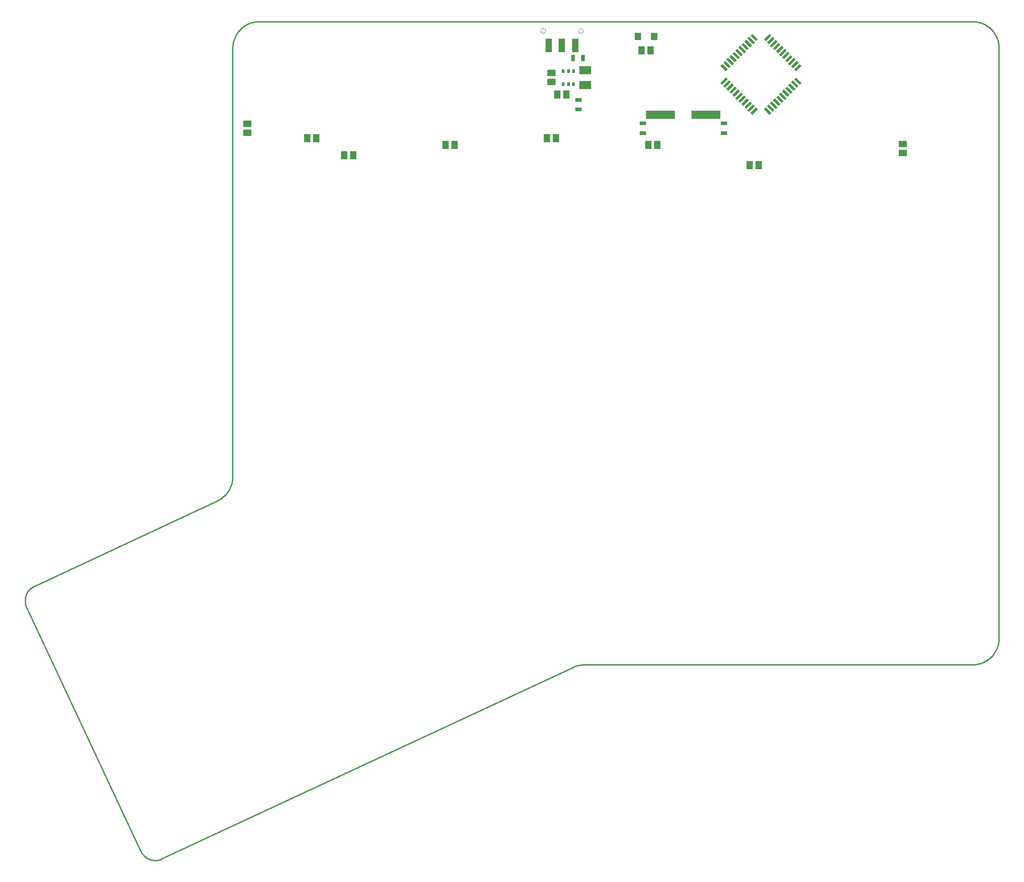
<source format=gtp>
G75*
G70*
%OFA0B0*%
%FSLAX24Y24*%
%IPPOS*%
%LPD*%
%AMOC8*
5,1,8,0,0,1.08239X$1,22.5*
%
%ADD10C,0.0100*%
%ADD11R,0.0591X0.0197*%
%ADD12R,0.0197X0.0591*%
%ADD13R,0.2165X0.0591*%
%ADD14R,0.0472X0.0315*%
%ADD15R,0.0236X0.0315*%
%ADD16R,0.0866X0.0630*%
%ADD17R,0.0472X0.0984*%
%ADD18C,0.0000*%
%ADD19R,0.0512X0.0591*%
%ADD20R,0.0591X0.0512*%
%ADD21R,0.0315X0.0472*%
%ADD22R,0.0472X0.0551*%
D10*
X011301Y002388D02*
X002853Y020446D01*
X002827Y020506D01*
X002804Y020569D01*
X002785Y020632D01*
X002769Y020696D01*
X002757Y020761D01*
X002748Y020827D01*
X002743Y020893D01*
X002742Y020959D01*
X002745Y021026D01*
X002751Y021092D01*
X002761Y021157D01*
X002775Y021222D01*
X002792Y021286D01*
X002813Y021349D01*
X002837Y021410D01*
X002865Y021470D01*
X002896Y021529D01*
X002930Y021586D01*
X002968Y021640D01*
X003008Y021693D01*
X003051Y021743D01*
X003098Y021791D01*
X003146Y021836D01*
X003197Y021878D01*
X003251Y021917D01*
X003306Y021953D01*
X003364Y021986D01*
X003423Y022016D01*
X003422Y022016D02*
X016965Y028348D01*
X016966Y028347D02*
X017049Y028389D01*
X017130Y028434D01*
X017209Y028483D01*
X017286Y028536D01*
X017360Y028592D01*
X017431Y028652D01*
X017500Y028715D01*
X017565Y028781D01*
X017627Y028850D01*
X017686Y028922D01*
X017741Y028997D01*
X017793Y029074D01*
X017841Y029153D01*
X017885Y029235D01*
X017926Y029319D01*
X017962Y029405D01*
X017994Y029492D01*
X018022Y029580D01*
X018046Y029670D01*
X018066Y029761D01*
X018081Y029853D01*
X018092Y029945D01*
X018099Y030038D01*
X018101Y030131D01*
X018100Y030131D02*
X018100Y061870D01*
X018102Y061964D01*
X018109Y062057D01*
X018120Y062150D01*
X018136Y062243D01*
X018156Y062334D01*
X018180Y062425D01*
X018208Y062514D01*
X018241Y062602D01*
X018278Y062688D01*
X018319Y062772D01*
X018364Y062855D01*
X018413Y062935D01*
X018465Y063012D01*
X018521Y063087D01*
X018581Y063159D01*
X018644Y063229D01*
X018710Y063295D01*
X018780Y063358D01*
X018852Y063418D01*
X018927Y063474D01*
X019004Y063526D01*
X019084Y063575D01*
X019167Y063620D01*
X019251Y063661D01*
X019337Y063698D01*
X019425Y063731D01*
X019514Y063759D01*
X019605Y063783D01*
X019696Y063803D01*
X019789Y063819D01*
X019882Y063830D01*
X019975Y063837D01*
X020069Y063839D01*
X072825Y063839D01*
X072919Y063837D01*
X073012Y063830D01*
X073105Y063819D01*
X073198Y063803D01*
X073289Y063783D01*
X073380Y063759D01*
X073469Y063731D01*
X073557Y063698D01*
X073643Y063661D01*
X073727Y063620D01*
X073809Y063575D01*
X073890Y063526D01*
X073967Y063474D01*
X074042Y063418D01*
X074114Y063358D01*
X074184Y063295D01*
X074250Y063229D01*
X074313Y063159D01*
X074373Y063087D01*
X074429Y063012D01*
X074481Y062935D01*
X074530Y062854D01*
X074575Y062772D01*
X074616Y062688D01*
X074653Y062602D01*
X074686Y062514D01*
X074714Y062425D01*
X074738Y062334D01*
X074758Y062243D01*
X074774Y062150D01*
X074785Y062057D01*
X074792Y061964D01*
X074794Y061870D01*
X074793Y061870D02*
X074793Y018169D01*
X074794Y018169D02*
X074792Y018075D01*
X074785Y017982D01*
X074774Y017889D01*
X074758Y017796D01*
X074738Y017705D01*
X074714Y017614D01*
X074686Y017525D01*
X074653Y017437D01*
X074616Y017351D01*
X074575Y017267D01*
X074530Y017185D01*
X074481Y017104D01*
X074429Y017027D01*
X074373Y016952D01*
X074313Y016880D01*
X074250Y016810D01*
X074184Y016744D01*
X074114Y016681D01*
X074042Y016621D01*
X073967Y016565D01*
X073890Y016513D01*
X073810Y016464D01*
X073727Y016419D01*
X073643Y016378D01*
X073557Y016341D01*
X073469Y016308D01*
X073380Y016280D01*
X073289Y016256D01*
X073198Y016236D01*
X073105Y016220D01*
X073012Y016209D01*
X072919Y016202D01*
X072825Y016200D01*
X072825Y016201D02*
X044127Y016201D01*
X043295Y016016D02*
X012870Y001818D01*
X012807Y001791D01*
X012743Y001767D01*
X012677Y001747D01*
X012610Y001731D01*
X012543Y001720D01*
X012475Y001712D01*
X012406Y001708D01*
X012337Y001707D01*
X012269Y001711D01*
X012201Y001719D01*
X012133Y001731D01*
X012066Y001747D01*
X012000Y001767D01*
X011936Y001790D01*
X011873Y001817D01*
X011811Y001848D01*
X011752Y001882D01*
X011695Y001920D01*
X011639Y001961D01*
X011587Y002005D01*
X011537Y002052D01*
X011490Y002102D01*
X011445Y002154D01*
X011404Y002209D01*
X011367Y002267D01*
X011332Y002326D01*
X011301Y002387D01*
X043294Y016016D02*
X043382Y016055D01*
X043471Y016089D01*
X043562Y016118D01*
X043654Y016143D01*
X043747Y016164D01*
X043841Y016180D01*
X043936Y016192D01*
X044031Y016199D01*
X044127Y016201D01*
D11*
G36*
X057831Y056932D02*
X057415Y057348D01*
X057553Y057486D01*
X057969Y057070D01*
X057831Y056932D01*
G37*
G36*
X058053Y057155D02*
X057637Y057571D01*
X057775Y057709D01*
X058191Y057293D01*
X058053Y057155D01*
G37*
G36*
X058276Y057377D02*
X057860Y057793D01*
X057998Y057931D01*
X058414Y057515D01*
X058276Y057377D01*
G37*
G36*
X058499Y057600D02*
X058083Y058016D01*
X058221Y058154D01*
X058637Y057738D01*
X058499Y057600D01*
G37*
G36*
X058722Y057823D02*
X058306Y058239D01*
X058444Y058377D01*
X058860Y057961D01*
X058722Y057823D01*
G37*
G36*
X058944Y058045D02*
X058528Y058461D01*
X058666Y058599D01*
X059082Y058183D01*
X058944Y058045D01*
G37*
G36*
X059167Y058268D02*
X058751Y058684D01*
X058889Y058822D01*
X059305Y058406D01*
X059167Y058268D01*
G37*
G36*
X059390Y058491D02*
X058974Y058907D01*
X059112Y059045D01*
X059528Y058629D01*
X059390Y058491D01*
G37*
G36*
X059612Y058714D02*
X059196Y059130D01*
X059334Y059268D01*
X059750Y058852D01*
X059612Y058714D01*
G37*
G36*
X059835Y058936D02*
X059419Y059352D01*
X059557Y059490D01*
X059973Y059074D01*
X059835Y058936D01*
G37*
G36*
X060058Y059159D02*
X059642Y059575D01*
X059780Y059713D01*
X060196Y059297D01*
X060058Y059159D01*
G37*
G36*
X056829Y062388D02*
X056413Y062804D01*
X056551Y062942D01*
X056967Y062526D01*
X056829Y062388D01*
G37*
G36*
X056606Y062166D02*
X056190Y062582D01*
X056328Y062720D01*
X056744Y062304D01*
X056606Y062166D01*
G37*
G36*
X056383Y061943D02*
X055967Y062359D01*
X056105Y062497D01*
X056521Y062081D01*
X056383Y061943D01*
G37*
G36*
X056160Y061720D02*
X055744Y062136D01*
X055882Y062274D01*
X056298Y061858D01*
X056160Y061720D01*
G37*
G36*
X055938Y061498D02*
X055522Y061914D01*
X055660Y062052D01*
X056076Y061636D01*
X055938Y061498D01*
G37*
G36*
X055715Y061275D02*
X055299Y061691D01*
X055437Y061829D01*
X055853Y061413D01*
X055715Y061275D01*
G37*
G36*
X055492Y061052D02*
X055076Y061468D01*
X055214Y061606D01*
X055630Y061190D01*
X055492Y061052D01*
G37*
G36*
X055270Y060829D02*
X054854Y061245D01*
X054992Y061383D01*
X055408Y060967D01*
X055270Y060829D01*
G37*
G36*
X055047Y060607D02*
X054631Y061023D01*
X054769Y061161D01*
X055185Y060745D01*
X055047Y060607D01*
G37*
G36*
X054824Y060384D02*
X054408Y060800D01*
X054546Y060938D01*
X054962Y060522D01*
X054824Y060384D01*
G37*
G36*
X054601Y060161D02*
X054185Y060577D01*
X054323Y060715D01*
X054739Y060299D01*
X054601Y060161D01*
G37*
D12*
G36*
X054323Y059159D02*
X054185Y059297D01*
X054601Y059713D01*
X054739Y059575D01*
X054323Y059159D01*
G37*
G36*
X054546Y058936D02*
X054408Y059074D01*
X054824Y059490D01*
X054962Y059352D01*
X054546Y058936D01*
G37*
G36*
X054769Y058714D02*
X054631Y058852D01*
X055047Y059268D01*
X055185Y059130D01*
X054769Y058714D01*
G37*
G36*
X054992Y058491D02*
X054854Y058629D01*
X055270Y059045D01*
X055408Y058907D01*
X054992Y058491D01*
G37*
G36*
X055214Y058268D02*
X055076Y058406D01*
X055492Y058822D01*
X055630Y058684D01*
X055214Y058268D01*
G37*
G36*
X055437Y058045D02*
X055299Y058183D01*
X055715Y058599D01*
X055853Y058461D01*
X055437Y058045D01*
G37*
G36*
X055660Y057823D02*
X055522Y057961D01*
X055938Y058377D01*
X056076Y058239D01*
X055660Y057823D01*
G37*
G36*
X055882Y057600D02*
X055744Y057738D01*
X056160Y058154D01*
X056298Y058016D01*
X055882Y057600D01*
G37*
G36*
X056105Y057377D02*
X055967Y057515D01*
X056383Y057931D01*
X056521Y057793D01*
X056105Y057377D01*
G37*
G36*
X056328Y057155D02*
X056190Y057293D01*
X056606Y057709D01*
X056744Y057571D01*
X056328Y057155D01*
G37*
G36*
X056551Y056932D02*
X056413Y057070D01*
X056829Y057486D01*
X056967Y057348D01*
X056551Y056932D01*
G37*
G36*
X059780Y060161D02*
X059642Y060299D01*
X060058Y060715D01*
X060196Y060577D01*
X059780Y060161D01*
G37*
G36*
X059557Y060384D02*
X059419Y060522D01*
X059835Y060938D01*
X059973Y060800D01*
X059557Y060384D01*
G37*
G36*
X059334Y060607D02*
X059196Y060745D01*
X059612Y061161D01*
X059750Y061023D01*
X059334Y060607D01*
G37*
G36*
X059112Y060829D02*
X058974Y060967D01*
X059390Y061383D01*
X059528Y061245D01*
X059112Y060829D01*
G37*
G36*
X058889Y061052D02*
X058751Y061190D01*
X059167Y061606D01*
X059305Y061468D01*
X058889Y061052D01*
G37*
G36*
X058666Y061275D02*
X058528Y061413D01*
X058944Y061829D01*
X059082Y061691D01*
X058666Y061275D01*
G37*
G36*
X058444Y061498D02*
X058306Y061636D01*
X058722Y062052D01*
X058860Y061914D01*
X058444Y061498D01*
G37*
G36*
X058221Y061720D02*
X058083Y061858D01*
X058499Y062274D01*
X058637Y062136D01*
X058221Y061720D01*
G37*
G36*
X057998Y061943D02*
X057860Y062081D01*
X058276Y062497D01*
X058414Y062359D01*
X057998Y061943D01*
G37*
G36*
X057775Y062166D02*
X057637Y062304D01*
X058053Y062720D01*
X058191Y062582D01*
X057775Y062166D01*
G37*
G36*
X057553Y062388D02*
X057415Y062526D01*
X057831Y062942D01*
X057969Y062804D01*
X057553Y062388D01*
G37*
D13*
X053134Y056937D03*
X049748Y056937D03*
D14*
X048441Y056291D03*
X048441Y055583D03*
X043691Y057333D03*
X043691Y058041D03*
X054441Y056291D03*
X054441Y055583D03*
D15*
X043315Y059195D03*
X042941Y059195D03*
X042567Y059195D03*
X042567Y060179D03*
X042941Y060179D03*
X043315Y060179D03*
D16*
X044191Y060238D03*
X044191Y059136D03*
D17*
X043443Y062077D03*
X042458Y062077D03*
X041474Y062077D03*
D18*
X040884Y063160D02*
X040886Y063186D01*
X040892Y063212D01*
X040902Y063237D01*
X040915Y063260D01*
X040931Y063280D01*
X040951Y063298D01*
X040973Y063313D01*
X040996Y063325D01*
X041022Y063333D01*
X041048Y063337D01*
X041074Y063337D01*
X041100Y063333D01*
X041126Y063325D01*
X041150Y063313D01*
X041171Y063298D01*
X041191Y063280D01*
X041207Y063260D01*
X041220Y063237D01*
X041230Y063212D01*
X041236Y063186D01*
X041238Y063160D01*
X041236Y063134D01*
X041230Y063108D01*
X041220Y063083D01*
X041207Y063060D01*
X041191Y063040D01*
X041171Y063022D01*
X041149Y063007D01*
X041126Y062995D01*
X041100Y062987D01*
X041074Y062983D01*
X041048Y062983D01*
X041022Y062987D01*
X040996Y062995D01*
X040972Y063007D01*
X040951Y063022D01*
X040931Y063040D01*
X040915Y063060D01*
X040902Y063083D01*
X040892Y063108D01*
X040886Y063134D01*
X040884Y063160D01*
X043679Y063160D02*
X043681Y063186D01*
X043687Y063212D01*
X043697Y063237D01*
X043710Y063260D01*
X043726Y063280D01*
X043746Y063298D01*
X043768Y063313D01*
X043791Y063325D01*
X043817Y063333D01*
X043843Y063337D01*
X043869Y063337D01*
X043895Y063333D01*
X043921Y063325D01*
X043945Y063313D01*
X043966Y063298D01*
X043986Y063280D01*
X044002Y063260D01*
X044015Y063237D01*
X044025Y063212D01*
X044031Y063186D01*
X044033Y063160D01*
X044031Y063134D01*
X044025Y063108D01*
X044015Y063083D01*
X044002Y063060D01*
X043986Y063040D01*
X043966Y063022D01*
X043944Y063007D01*
X043921Y062995D01*
X043895Y062987D01*
X043869Y062983D01*
X043843Y062983D01*
X043817Y062987D01*
X043791Y062995D01*
X043767Y063007D01*
X043746Y063022D01*
X043726Y063040D01*
X043710Y063060D01*
X043697Y063083D01*
X043687Y063108D01*
X043681Y063134D01*
X043679Y063160D01*
D19*
X048356Y061687D03*
X049025Y061687D03*
X042775Y058437D03*
X042106Y058437D03*
X042025Y055187D03*
X041356Y055187D03*
X034525Y054687D03*
X033856Y054687D03*
X027025Y053937D03*
X026356Y053937D03*
X024275Y055187D03*
X023606Y055187D03*
X048856Y054687D03*
X049525Y054687D03*
X056356Y053187D03*
X057025Y053187D03*
D20*
X067691Y054103D03*
X067691Y054772D03*
X041691Y059353D03*
X041691Y060022D03*
X019191Y056272D03*
X019191Y055603D03*
D21*
X043299Y061150D03*
X044008Y061150D03*
D22*
X048100Y062740D03*
X049281Y062740D03*
M02*

</source>
